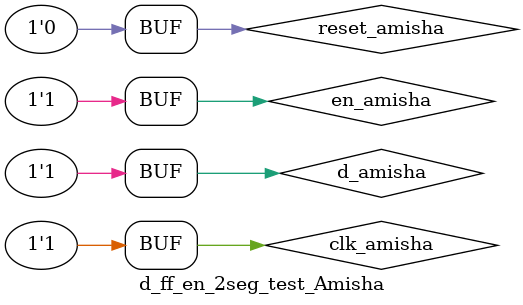
<source format=v>
`timescale 1ns / 1ps


module d_ff_en_2seg_test_Amisha;
	// Inputs
	reg clk_amisha;
	reg reset_amisha;
	reg en_amisha;
	reg d_amisha;
	// Outputs
	wire q_amisha;
	// Instantiate the Unit Under Test (UUT)
	d_ff_en_2seg_Amisha uut (
		.clk_amisha(clk_amisha), 
		.reset_amisha(reset_amisha), 
		.en_amisha(en_amisha), 
		.d_amisha(d_amisha), 
		.q_amisha(q_amisha)
	);
	initial begin
		clk_amisha = 0;
		reset_amisha = 0;
		en_amisha = 0;
		d_amisha = 0;
		#100;
		clk_amisha = 0;
		reset_amisha = 1;
		en_amisha = 0;
		d_amisha = 0;
		#100;
		clk_amisha = 1;
		reset_amisha = 1;
		en_amisha = 0;
		d_amisha = 0;
		#100;
		clk_amisha = 0;
		reset_amisha = 0;
		en_amisha = 0;
		d_amisha = 1;
		#100;
		clk_amisha = 0;
		reset_amisha = 0;
		en_amisha = 1;
		d_amisha = 1;
		#100;
		clk_amisha = 1;
		reset_amisha = 0;
		en_amisha = 1;
		d_amisha = 0;
		#100;
		clk_amisha = 1;
		reset_amisha = 0;
		en_amisha = 1;
		d_amisha = 1;
		#100;
	end    
endmodule


</source>
